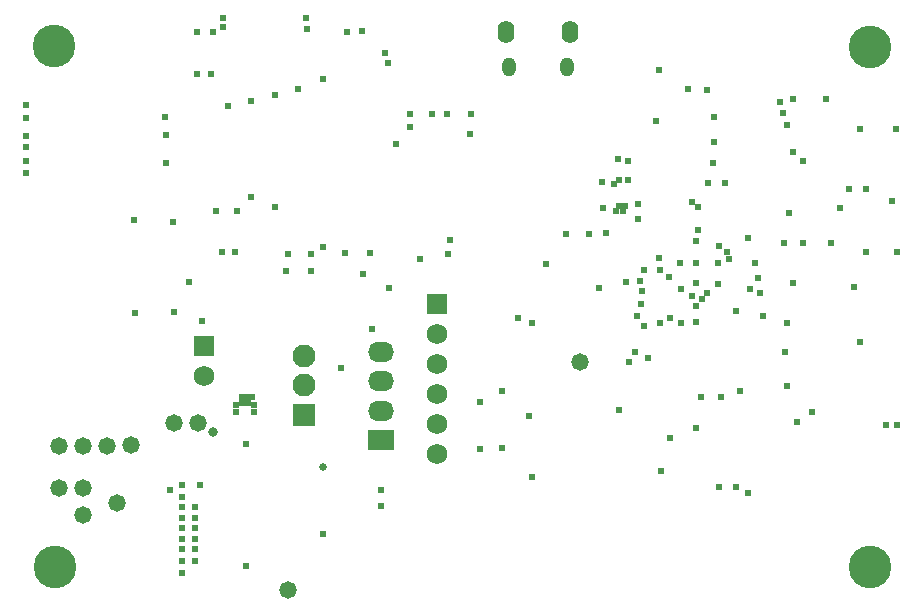
<source format=gbr>
%TF.GenerationSoftware,Altium Limited,Altium Designer,24.9.1 (31)*%
G04 Layer_Color=16711935*
%FSLAX45Y45*%
%MOMM*%
%TF.SameCoordinates,30E74C37-C7CC-4F87-9207-2BD30A255DAA*%
%TF.FilePolarity,Negative*%
%TF.FileFunction,Soldermask,Bot*%
%TF.Part,Single*%
G01*
G75*
%TA.AperFunction,ComponentPad*%
%ADD110O,1.40320X1.90320*%
%ADD111O,1.20320X1.60320*%
%ADD112O,2.20320X1.70320*%
%ADD113R,2.20320X1.70320*%
%ADD114C,1.72720*%
%ADD115R,1.72720X1.72720*%
%ADD116R,1.95320X1.95320*%
%ADD117C,1.95320*%
%TA.AperFunction,ViaPad*%
%ADD118C,3.60320*%
%ADD119C,0.60320*%
%ADD120C,1.47320*%
%ADD121C,0.80320*%
%ADD122C,0.65320*%
D110*
X-3516800Y3568700D02*
D03*
X-2971800D02*
D03*
D111*
X-3486800Y3265700D02*
D03*
X-3001800D02*
D03*
D112*
X-4572000Y610680D02*
D03*
Y360680D02*
D03*
Y860678D02*
D03*
D113*
Y110680D02*
D03*
D114*
X-4099594Y-3500D02*
D03*
Y250500D02*
D03*
Y504500D02*
D03*
Y1012500D02*
D03*
Y758500D02*
D03*
X-6073501Y653560D02*
D03*
D115*
X-4099594Y1266500D02*
D03*
X-6073501Y907560D02*
D03*
D116*
X-5223980Y324560D02*
D03*
D117*
Y574560D02*
D03*
Y824560D02*
D03*
D118*
X-434220Y3441977D02*
D03*
X-437460Y-962923D02*
D03*
X-7331900Y-960383D02*
D03*
X-7342060Y3446517D02*
D03*
D119*
X-4572000Y-315310D02*
D03*
Y-444900D02*
D03*
X-5363903Y1686689D02*
D03*
X-5171156Y1685599D02*
D03*
X-1812489Y3079112D02*
D03*
X-3816704Y2870880D02*
D03*
X-4016094D02*
D03*
X-4328514D02*
D03*
X-4146690D02*
D03*
X-5062278Y3165820D02*
D03*
X-4864556Y3568700D02*
D03*
X-4540046Y3388428D02*
D03*
X-4517540Y3307502D02*
D03*
X-1409700Y1607820D02*
D03*
X-1381462Y1483300D02*
D03*
X-1160644Y1780001D02*
D03*
X-1631551Y1646356D02*
D03*
X-1891997Y1891931D02*
D03*
X-1725480Y1431111D02*
D03*
X-1939123Y2124877D02*
D03*
X-1571180Y1201808D02*
D03*
X-5670550Y479004D02*
D03*
X-5712130D02*
D03*
X-5753100D02*
D03*
X-2730500Y1396000D02*
D03*
X-1003300Y2476500D02*
D03*
X-1910898Y1246936D02*
D03*
X-2400300Y1981200D02*
D03*
Y2108200D02*
D03*
X-1663700Y2286000D02*
D03*
X-1803400D02*
D03*
X-2510116Y2096251D02*
D03*
X-2487240Y2470467D02*
D03*
X-2042780Y1607820D02*
D03*
X-5715000Y76200D02*
D03*
X-5806367Y348272D02*
D03*
X-5715000Y-952500D02*
D03*
X-5067300Y-685800D02*
D03*
X-5805960Y404455D02*
D03*
X-6108700Y-266700D02*
D03*
X-6146800Y-914400D02*
D03*
X-6261100Y-457200D02*
D03*
X-6146800D02*
D03*
X-6261100Y-546100D02*
D03*
Y-368300D02*
D03*
Y-266700D02*
D03*
Y-1016000D02*
D03*
Y-914400D02*
D03*
X-6146800Y-635000D02*
D03*
Y-546100D02*
D03*
Y-723900D02*
D03*
Y-812800D02*
D03*
X-6261100D02*
D03*
Y-635000D02*
D03*
Y-723900D02*
D03*
X-6363740Y-315540D02*
D03*
X-3820514Y2701561D02*
D03*
X-4447540Y2616200D02*
D03*
X-4328514Y2763520D02*
D03*
X-6330053Y1191259D02*
D03*
X-6660631Y1184159D02*
D03*
X-7584133Y2944840D02*
D03*
Y2839840D02*
D03*
Y2688700D02*
D03*
Y2594140D02*
D03*
Y2373800D02*
D03*
X-7580900Y2471300D02*
D03*
X-6333740Y1961140D02*
D03*
X-6663740Y1974299D02*
D03*
X-1343719Y1160020D02*
D03*
X-1369309Y1354497D02*
D03*
X-803460Y2997154D02*
D03*
X-1085680D02*
D03*
X-210880Y2745316D02*
D03*
X-520067D02*
D03*
X-1085680Y2546561D02*
D03*
X-691800Y2071753D02*
D03*
X-469071Y2239491D02*
D03*
X-1005080Y1780001D02*
D03*
X-763036D02*
D03*
X-205740Y1703700D02*
D03*
X-469071D02*
D03*
X-569300Y1409720D02*
D03*
X-520067Y942980D02*
D03*
X-1139210Y1099728D02*
D03*
X-3550743Y523760D02*
D03*
X-1536461D02*
D03*
X-1139210Y571460D02*
D03*
X-1151356Y860678D02*
D03*
X-2315040Y804535D02*
D03*
X-205740Y241300D02*
D03*
X-297180D02*
D03*
X-1048380Y261128D02*
D03*
X-1571180Y-289000D02*
D03*
X-1711180D02*
D03*
X-1887149Y2085824D02*
D03*
X-1756180Y2636561D02*
D03*
X-1760224Y2455640D02*
D03*
X-1756180Y2847340D02*
D03*
X-2570220Y2490300D02*
D03*
X-2484655Y2310300D02*
D03*
X-2562186D02*
D03*
X-2601537Y2276250D02*
D03*
X-2559614Y2096251D02*
D03*
X-4737796Y3574900D02*
D03*
X-5203040Y3592400D02*
D03*
X-5206422Y3686518D02*
D03*
X-5914044Y3612400D02*
D03*
Y3686518D02*
D03*
X-5996941Y3568725D02*
D03*
X-6133038D02*
D03*
X-6013685Y3214514D02*
D03*
X-6133038D02*
D03*
X-5813039Y1700439D02*
D03*
X-5794926Y2053116D02*
D03*
X-5971154D02*
D03*
X-4666235Y1695147D02*
D03*
X-4876817Y1691614D02*
D03*
X-5171156Y1543700D02*
D03*
X-5375236D02*
D03*
X-5924926Y1700439D02*
D03*
X-1698680Y473380D02*
D03*
X-1863231D02*
D03*
X-2475980Y768900D02*
D03*
X-3739006Y436698D02*
D03*
X-3737823Y35680D02*
D03*
X-3550743Y40329D02*
D03*
X-5704258Y421535D02*
D03*
X-5753867D02*
D03*
X-5650966Y348272D02*
D03*
Y404455D02*
D03*
X-3010840Y1855985D02*
D03*
X-2812980D02*
D03*
X-1904306Y1798275D02*
D03*
X-2672440Y1863174D02*
D03*
X-3987593Y1808285D02*
D03*
X-2529564Y2047990D02*
D03*
X-2588744D02*
D03*
X-616327Y2234479D02*
D03*
X-2697440Y2073558D02*
D03*
X-5674360Y2166620D02*
D03*
X-5473040Y2088140D02*
D03*
X-4650170Y1047839D02*
D03*
X-2348537Y1079916D02*
D03*
X-3296457Y1100355D02*
D03*
X-1139210Y2781300D02*
D03*
X-1193272Y2969712D02*
D03*
X-1175093Y2884357D02*
D03*
X-4247416Y1641761D02*
D03*
X-1121644Y2034559D02*
D03*
X-1466500Y1822969D02*
D03*
X-2707240Y2296937D02*
D03*
X-5473040Y3036612D02*
D03*
X-1910931Y210680D02*
D03*
X-5673039Y2984140D02*
D03*
X-5273040Y3087209D02*
D03*
X-5872522Y2936170D02*
D03*
X-4005379Y1684826D02*
D03*
X-2218995Y1654525D02*
D03*
X-1647087Y1703700D02*
D03*
X-6092928Y1118190D02*
D03*
X-6202182Y1446399D02*
D03*
X-2373187Y1265934D02*
D03*
X-2497440Y1445179D02*
D03*
X-2423161Y860678D02*
D03*
X-2345001Y1553726D02*
D03*
X-2380322Y1459358D02*
D03*
X-2246006Y2808300D02*
D03*
X-2140168Y1492208D02*
D03*
X-2210650Y1553342D02*
D03*
X-1725480Y1607820D02*
D03*
X-6393740Y2455640D02*
D03*
Y2694140D02*
D03*
X-6401240Y2847340D02*
D03*
X-2126390Y129530D02*
D03*
X-3296457Y-204671D02*
D03*
X-3324819Y314959D02*
D03*
X-3415743Y1140637D02*
D03*
X-2032540Y1391120D02*
D03*
X-2405980Y1164203D02*
D03*
X-4505361Y1398700D02*
D03*
X-4730541Y1520493D02*
D03*
X-2365267Y1372980D02*
D03*
X-5062278Y1745439D02*
D03*
X-1711180Y1751716D02*
D03*
X-1945325Y1327009D02*
D03*
X-1904120Y1439462D02*
D03*
X-1974522Y3087209D02*
D03*
X-2217722Y3248005D02*
D03*
X-2125240Y1146786D02*
D03*
X-2038541Y1105680D02*
D03*
X-2208014Y-153103D02*
D03*
X-2210650Y1100355D02*
D03*
X-246800Y2136250D02*
D03*
X-1090080Y1439462D02*
D03*
X-4912000Y723900D02*
D03*
X-2562186Y367459D02*
D03*
X-928460Y349159D02*
D03*
X-1466500Y-334000D02*
D03*
X-1451461Y1393500D02*
D03*
X-1904120Y1112845D02*
D03*
X-1812489Y1353222D02*
D03*
X-1855880Y1305022D02*
D03*
X-1904120Y1607820D02*
D03*
X-3173340Y1602939D02*
D03*
D120*
X-6807200Y-419100D02*
D03*
X-7099300Y-520700D02*
D03*
X-6324600Y254000D02*
D03*
X-6694863Y65463D02*
D03*
X-6121400Y254000D02*
D03*
X-6896100Y63500D02*
D03*
X-7099300Y-292100D02*
D03*
X-5359400Y-1155700D02*
D03*
X-7302500Y-292100D02*
D03*
Y63500D02*
D03*
X-7099300D02*
D03*
X-2892980Y771491D02*
D03*
D121*
X-5994400Y177800D02*
D03*
D122*
X-5067300Y-114300D02*
D03*
%TF.MD5,0a993032455d75315c32ba8e49ea80bc*%
M02*

</source>
